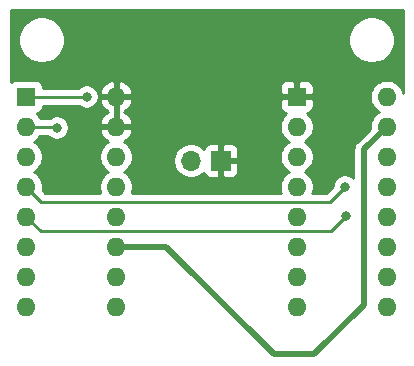
<source format=gbr>
%TF.GenerationSoftware,KiCad,Pcbnew,(5.1.9)-1*%
%TF.CreationDate,2021-09-28T11:41:37-07:00*%
%TF.ProjectId,Apple2to1,4170706c-6532-4746-9f31-2e6b69636164,rev?*%
%TF.SameCoordinates,Original*%
%TF.FileFunction,Copper,L1,Top*%
%TF.FilePolarity,Positive*%
%FSLAX46Y46*%
G04 Gerber Fmt 4.6, Leading zero omitted, Abs format (unit mm)*
G04 Created by KiCad (PCBNEW (5.1.9)-1) date 2021-09-28 11:41:37*
%MOMM*%
%LPD*%
G01*
G04 APERTURE LIST*
%TA.AperFunction,ComponentPad*%
%ADD10R,1.700000X1.700000*%
%TD*%
%TA.AperFunction,ComponentPad*%
%ADD11O,1.700000X1.700000*%
%TD*%
%TA.AperFunction,ComponentPad*%
%ADD12O,1.600000X1.600000*%
%TD*%
%TA.AperFunction,ComponentPad*%
%ADD13R,1.600000X1.600000*%
%TD*%
%TA.AperFunction,ViaPad*%
%ADD14C,0.800000*%
%TD*%
%TA.AperFunction,Conductor*%
%ADD15C,0.500000*%
%TD*%
%TA.AperFunction,Conductor*%
%ADD16C,0.250000*%
%TD*%
%TA.AperFunction,Conductor*%
%ADD17C,0.254000*%
%TD*%
%TA.AperFunction,Conductor*%
%ADD18C,0.100000*%
%TD*%
G04 APERTURE END LIST*
D10*
%TO.P,J3,1*%
%TO.N,+5V*%
X124400000Y-99400000D03*
D11*
%TO.P,J3,2*%
%TO.N,Net-(J1-Pad4)*%
X121860000Y-99400000D03*
%TD*%
D12*
%TO.P,J2,16*%
%TO.N,+5V*%
X115520000Y-93980000D03*
%TO.P,J2,8*%
%TO.N,/data7*%
X107900000Y-111760000D03*
%TO.P,J2,15*%
%TO.N,+5V*%
X115520000Y-96520000D03*
%TO.P,J2,7*%
%TO.N,/data6*%
X107900000Y-109220000D03*
%TO.P,J2,14*%
%TO.N,/strobe*%
X115520000Y-99060000D03*
%TO.P,J2,6*%
%TO.N,/data5*%
X107900000Y-106680000D03*
%TO.P,J2,13*%
%TO.N,N/C*%
X115520000Y-101600000D03*
%TO.P,J2,5*%
%TO.N,/data1*%
X107900000Y-104140000D03*
%TO.P,J2,12*%
%TO.N,Net-(J1-Pad4)*%
X115520000Y-104140000D03*
%TO.P,J2,4*%
%TO.N,/data2*%
X107900000Y-101600000D03*
%TO.P,J2,11*%
%TO.N,-12V*%
X115520000Y-106680000D03*
%TO.P,J2,3*%
%TO.N,/data3*%
X107900000Y-99060000D03*
%TO.P,J2,10*%
%TO.N,N/C*%
X115520000Y-109220000D03*
%TO.P,J2,2*%
%TO.N,/data4*%
X107900000Y-96520000D03*
%TO.P,J2,9*%
%TO.N,GND*%
X115520000Y-111760000D03*
D13*
%TO.P,J2,1*%
%TO.N,/reset*%
X107900000Y-93980000D03*
%TD*%
D12*
%TO.P,J1,16*%
%TO.N,N/C*%
X138430000Y-93980000D03*
%TO.P,J1,8*%
%TO.N,GND*%
X130810000Y-111760000D03*
%TO.P,J1,15*%
%TO.N,-12V*%
X138430000Y-96520000D03*
%TO.P,J1,7*%
%TO.N,/data7*%
X130810000Y-109220000D03*
%TO.P,J1,14*%
%TO.N,N/C*%
X138430000Y-99060000D03*
%TO.P,J1,6*%
%TO.N,/data5*%
X130810000Y-106680000D03*
%TO.P,J1,13*%
%TO.N,/data2*%
X138430000Y-101600000D03*
%TO.P,J1,5*%
%TO.N,/data6*%
X130810000Y-104140000D03*
%TO.P,J1,12*%
%TO.N,/data1*%
X138430000Y-104140000D03*
%TO.P,J1,4*%
%TO.N,Net-(J1-Pad4)*%
X130810000Y-101600000D03*
%TO.P,J1,11*%
%TO.N,/data4*%
X138430000Y-106680000D03*
%TO.P,J1,3*%
%TO.N,/reset*%
X130810000Y-99060000D03*
%TO.P,J1,10*%
%TO.N,/data3*%
X138430000Y-109220000D03*
%TO.P,J1,2*%
%TO.N,/strobe*%
X130810000Y-96520000D03*
%TO.P,J1,9*%
%TO.N,N/C*%
X138430000Y-111760000D03*
D13*
%TO.P,J1,1*%
%TO.N,+5V*%
X130810000Y-93980000D03*
%TD*%
D14*
%TO.N,/data2*%
X134900000Y-101600000D03*
%TO.N,/data1*%
X135000000Y-104100000D03*
%TO.N,/data4*%
X110500000Y-96600000D03*
%TO.N,/reset*%
X113030000Y-93980000D03*
%TD*%
D15*
%TO.N,-12V*%
X119780000Y-106680000D02*
X115570000Y-106680000D01*
X128900000Y-115800000D02*
X119780000Y-106680000D01*
X132300000Y-115800000D02*
X128900000Y-115800000D01*
X136500000Y-111600000D02*
X132300000Y-115800000D01*
X136500000Y-98450000D02*
X136500000Y-111600000D01*
X138430000Y-96520000D02*
X136500000Y-98450000D01*
D16*
%TO.N,/data2*%
X107900000Y-101600000D02*
X109200000Y-102900000D01*
X109200000Y-102900000D02*
X133600000Y-102900000D01*
X133600000Y-102900000D02*
X134900000Y-101600000D01*
%TO.N,/data1*%
X109160000Y-105400000D02*
X133700000Y-105400000D01*
X107900000Y-104140000D02*
X109160000Y-105400000D01*
X133700000Y-105400000D02*
X135000000Y-104100000D01*
%TO.N,/data4*%
X107900000Y-96520000D02*
X110420000Y-96520000D01*
X110420000Y-96520000D02*
X110500000Y-96600000D01*
%TO.N,/reset*%
X107900000Y-93980000D02*
X113030000Y-93980000D01*
%TD*%
D17*
%TO.N,+5V*%
X139840000Y-93712984D02*
X139809853Y-93561426D01*
X139701680Y-93300273D01*
X139544637Y-93065241D01*
X139344759Y-92865363D01*
X139109727Y-92708320D01*
X138848574Y-92600147D01*
X138571335Y-92545000D01*
X138288665Y-92545000D01*
X138011426Y-92600147D01*
X137750273Y-92708320D01*
X137515241Y-92865363D01*
X137315363Y-93065241D01*
X137158320Y-93300273D01*
X137050147Y-93561426D01*
X136995000Y-93838665D01*
X136995000Y-94121335D01*
X137050147Y-94398574D01*
X137158320Y-94659727D01*
X137315363Y-94894759D01*
X137515241Y-95094637D01*
X137747759Y-95250000D01*
X137515241Y-95405363D01*
X137315363Y-95605241D01*
X137158320Y-95840273D01*
X137050147Y-96101426D01*
X136995000Y-96378665D01*
X136995000Y-96661335D01*
X137001983Y-96696439D01*
X135904956Y-97793466D01*
X135871183Y-97821183D01*
X135760589Y-97955942D01*
X135678411Y-98109688D01*
X135627805Y-98276511D01*
X135615000Y-98406524D01*
X135615000Y-98406531D01*
X135610719Y-98450000D01*
X135615000Y-98493469D01*
X135615000Y-100851289D01*
X135559774Y-100796063D01*
X135390256Y-100682795D01*
X135201898Y-100604774D01*
X135001939Y-100565000D01*
X134798061Y-100565000D01*
X134598102Y-100604774D01*
X134409744Y-100682795D01*
X134240226Y-100796063D01*
X134096063Y-100940226D01*
X133982795Y-101109744D01*
X133904774Y-101298102D01*
X133865000Y-101498061D01*
X133865000Y-101560198D01*
X133285199Y-102140000D01*
X132139557Y-102140000D01*
X132189853Y-102018574D01*
X132245000Y-101741335D01*
X132245000Y-101458665D01*
X132189853Y-101181426D01*
X132081680Y-100920273D01*
X131924637Y-100685241D01*
X131724759Y-100485363D01*
X131492241Y-100330000D01*
X131724759Y-100174637D01*
X131924637Y-99974759D01*
X132081680Y-99739727D01*
X132189853Y-99478574D01*
X132245000Y-99201335D01*
X132245000Y-98918665D01*
X132189853Y-98641426D01*
X132081680Y-98380273D01*
X131924637Y-98145241D01*
X131724759Y-97945363D01*
X131492241Y-97790000D01*
X131724759Y-97634637D01*
X131924637Y-97434759D01*
X132081680Y-97199727D01*
X132189853Y-96938574D01*
X132245000Y-96661335D01*
X132245000Y-96378665D01*
X132189853Y-96101426D01*
X132081680Y-95840273D01*
X131924637Y-95605241D01*
X131726039Y-95406643D01*
X131734482Y-95405812D01*
X131854180Y-95369502D01*
X131964494Y-95310537D01*
X132061185Y-95231185D01*
X132140537Y-95134494D01*
X132199502Y-95024180D01*
X132235812Y-94904482D01*
X132248072Y-94780000D01*
X132245000Y-94265750D01*
X132086250Y-94107000D01*
X130937000Y-94107000D01*
X130937000Y-94127000D01*
X130683000Y-94127000D01*
X130683000Y-94107000D01*
X129533750Y-94107000D01*
X129375000Y-94265750D01*
X129371928Y-94780000D01*
X129384188Y-94904482D01*
X129420498Y-95024180D01*
X129479463Y-95134494D01*
X129558815Y-95231185D01*
X129655506Y-95310537D01*
X129765820Y-95369502D01*
X129885518Y-95405812D01*
X129893961Y-95406643D01*
X129695363Y-95605241D01*
X129538320Y-95840273D01*
X129430147Y-96101426D01*
X129375000Y-96378665D01*
X129375000Y-96661335D01*
X129430147Y-96938574D01*
X129538320Y-97199727D01*
X129695363Y-97434759D01*
X129895241Y-97634637D01*
X130127759Y-97790000D01*
X129895241Y-97945363D01*
X129695363Y-98145241D01*
X129538320Y-98380273D01*
X129430147Y-98641426D01*
X129375000Y-98918665D01*
X129375000Y-99201335D01*
X129430147Y-99478574D01*
X129538320Y-99739727D01*
X129695363Y-99974759D01*
X129895241Y-100174637D01*
X130127759Y-100330000D01*
X129895241Y-100485363D01*
X129695363Y-100685241D01*
X129538320Y-100920273D01*
X129430147Y-101181426D01*
X129375000Y-101458665D01*
X129375000Y-101741335D01*
X129430147Y-102018574D01*
X129480443Y-102140000D01*
X116849557Y-102140000D01*
X116899853Y-102018574D01*
X116955000Y-101741335D01*
X116955000Y-101458665D01*
X116899853Y-101181426D01*
X116791680Y-100920273D01*
X116634637Y-100685241D01*
X116434759Y-100485363D01*
X116202241Y-100330000D01*
X116434759Y-100174637D01*
X116634637Y-99974759D01*
X116791680Y-99739727D01*
X116899853Y-99478574D01*
X116944575Y-99253740D01*
X120375000Y-99253740D01*
X120375000Y-99546260D01*
X120432068Y-99833158D01*
X120544010Y-100103411D01*
X120706525Y-100346632D01*
X120913368Y-100553475D01*
X121156589Y-100715990D01*
X121426842Y-100827932D01*
X121713740Y-100885000D01*
X122006260Y-100885000D01*
X122293158Y-100827932D01*
X122563411Y-100715990D01*
X122806632Y-100553475D01*
X122938487Y-100421620D01*
X122960498Y-100494180D01*
X123019463Y-100604494D01*
X123098815Y-100701185D01*
X123195506Y-100780537D01*
X123305820Y-100839502D01*
X123425518Y-100875812D01*
X123550000Y-100888072D01*
X124114250Y-100885000D01*
X124273000Y-100726250D01*
X124273000Y-99527000D01*
X124527000Y-99527000D01*
X124527000Y-100726250D01*
X124685750Y-100885000D01*
X125250000Y-100888072D01*
X125374482Y-100875812D01*
X125494180Y-100839502D01*
X125604494Y-100780537D01*
X125701185Y-100701185D01*
X125780537Y-100604494D01*
X125839502Y-100494180D01*
X125875812Y-100374482D01*
X125888072Y-100250000D01*
X125885000Y-99685750D01*
X125726250Y-99527000D01*
X124527000Y-99527000D01*
X124273000Y-99527000D01*
X124253000Y-99527000D01*
X124253000Y-99273000D01*
X124273000Y-99273000D01*
X124273000Y-98073750D01*
X124527000Y-98073750D01*
X124527000Y-99273000D01*
X125726250Y-99273000D01*
X125885000Y-99114250D01*
X125888072Y-98550000D01*
X125875812Y-98425518D01*
X125839502Y-98305820D01*
X125780537Y-98195506D01*
X125701185Y-98098815D01*
X125604494Y-98019463D01*
X125494180Y-97960498D01*
X125374482Y-97924188D01*
X125250000Y-97911928D01*
X124685750Y-97915000D01*
X124527000Y-98073750D01*
X124273000Y-98073750D01*
X124114250Y-97915000D01*
X123550000Y-97911928D01*
X123425518Y-97924188D01*
X123305820Y-97960498D01*
X123195506Y-98019463D01*
X123098815Y-98098815D01*
X123019463Y-98195506D01*
X122960498Y-98305820D01*
X122938487Y-98378380D01*
X122806632Y-98246525D01*
X122563411Y-98084010D01*
X122293158Y-97972068D01*
X122006260Y-97915000D01*
X121713740Y-97915000D01*
X121426842Y-97972068D01*
X121156589Y-98084010D01*
X120913368Y-98246525D01*
X120706525Y-98453368D01*
X120544010Y-98696589D01*
X120432068Y-98966842D01*
X120375000Y-99253740D01*
X116944575Y-99253740D01*
X116955000Y-99201335D01*
X116955000Y-98918665D01*
X116899853Y-98641426D01*
X116791680Y-98380273D01*
X116634637Y-98145241D01*
X116434759Y-97945363D01*
X116199727Y-97788320D01*
X116189135Y-97783933D01*
X116375131Y-97672385D01*
X116583519Y-97483414D01*
X116751037Y-97257420D01*
X116871246Y-97003087D01*
X116911904Y-96869039D01*
X116789915Y-96647000D01*
X115647000Y-96647000D01*
X115647000Y-96667000D01*
X115393000Y-96667000D01*
X115393000Y-96647000D01*
X114250085Y-96647000D01*
X114128096Y-96869039D01*
X114168754Y-97003087D01*
X114288963Y-97257420D01*
X114456481Y-97483414D01*
X114664869Y-97672385D01*
X114850865Y-97783933D01*
X114840273Y-97788320D01*
X114605241Y-97945363D01*
X114405363Y-98145241D01*
X114248320Y-98380273D01*
X114140147Y-98641426D01*
X114085000Y-98918665D01*
X114085000Y-99201335D01*
X114140147Y-99478574D01*
X114248320Y-99739727D01*
X114405363Y-99974759D01*
X114605241Y-100174637D01*
X114837759Y-100330000D01*
X114605241Y-100485363D01*
X114405363Y-100685241D01*
X114248320Y-100920273D01*
X114140147Y-101181426D01*
X114085000Y-101458665D01*
X114085000Y-101741335D01*
X114140147Y-102018574D01*
X114190443Y-102140000D01*
X109514802Y-102140000D01*
X109298688Y-101923886D01*
X109335000Y-101741335D01*
X109335000Y-101458665D01*
X109279853Y-101181426D01*
X109171680Y-100920273D01*
X109014637Y-100685241D01*
X108814759Y-100485363D01*
X108582241Y-100330000D01*
X108814759Y-100174637D01*
X109014637Y-99974759D01*
X109171680Y-99739727D01*
X109279853Y-99478574D01*
X109335000Y-99201335D01*
X109335000Y-98918665D01*
X109279853Y-98641426D01*
X109171680Y-98380273D01*
X109014637Y-98145241D01*
X108814759Y-97945363D01*
X108582241Y-97790000D01*
X108814759Y-97634637D01*
X109014637Y-97434759D01*
X109118043Y-97280000D01*
X109716289Y-97280000D01*
X109840226Y-97403937D01*
X110009744Y-97517205D01*
X110198102Y-97595226D01*
X110398061Y-97635000D01*
X110601939Y-97635000D01*
X110801898Y-97595226D01*
X110990256Y-97517205D01*
X111159774Y-97403937D01*
X111303937Y-97259774D01*
X111417205Y-97090256D01*
X111495226Y-96901898D01*
X111535000Y-96701939D01*
X111535000Y-96498061D01*
X111495226Y-96298102D01*
X111417205Y-96109744D01*
X111303937Y-95940226D01*
X111159774Y-95796063D01*
X110990256Y-95682795D01*
X110801898Y-95604774D01*
X110601939Y-95565000D01*
X110398061Y-95565000D01*
X110198102Y-95604774D01*
X110009744Y-95682795D01*
X109894198Y-95760000D01*
X109118043Y-95760000D01*
X109014637Y-95605241D01*
X108816039Y-95406643D01*
X108824482Y-95405812D01*
X108944180Y-95369502D01*
X109054494Y-95310537D01*
X109151185Y-95231185D01*
X109230537Y-95134494D01*
X109289502Y-95024180D01*
X109325812Y-94904482D01*
X109338072Y-94780000D01*
X109338072Y-94740000D01*
X112326289Y-94740000D01*
X112370226Y-94783937D01*
X112539744Y-94897205D01*
X112728102Y-94975226D01*
X112928061Y-95015000D01*
X113131939Y-95015000D01*
X113331898Y-94975226D01*
X113520256Y-94897205D01*
X113689774Y-94783937D01*
X113833937Y-94639774D01*
X113947205Y-94470256D01*
X114005699Y-94329039D01*
X114128096Y-94329039D01*
X114168754Y-94463087D01*
X114288963Y-94717420D01*
X114456481Y-94943414D01*
X114664869Y-95132385D01*
X114860982Y-95250000D01*
X114664869Y-95367615D01*
X114456481Y-95556586D01*
X114288963Y-95782580D01*
X114168754Y-96036913D01*
X114128096Y-96170961D01*
X114250085Y-96393000D01*
X115393000Y-96393000D01*
X115393000Y-94107000D01*
X115647000Y-94107000D01*
X115647000Y-96393000D01*
X116789915Y-96393000D01*
X116911904Y-96170961D01*
X116871246Y-96036913D01*
X116751037Y-95782580D01*
X116583519Y-95556586D01*
X116375131Y-95367615D01*
X116179018Y-95250000D01*
X116375131Y-95132385D01*
X116583519Y-94943414D01*
X116751037Y-94717420D01*
X116871246Y-94463087D01*
X116911904Y-94329039D01*
X116789915Y-94107000D01*
X115647000Y-94107000D01*
X115393000Y-94107000D01*
X114250085Y-94107000D01*
X114128096Y-94329039D01*
X114005699Y-94329039D01*
X114025226Y-94281898D01*
X114065000Y-94081939D01*
X114065000Y-93878061D01*
X114025226Y-93678102D01*
X114005700Y-93630961D01*
X114128096Y-93630961D01*
X114250085Y-93853000D01*
X115393000Y-93853000D01*
X115393000Y-92709376D01*
X115647000Y-92709376D01*
X115647000Y-93853000D01*
X116789915Y-93853000D01*
X116911904Y-93630961D01*
X116871246Y-93496913D01*
X116751037Y-93242580D01*
X116704650Y-93180000D01*
X129371928Y-93180000D01*
X129375000Y-93694250D01*
X129533750Y-93853000D01*
X130683000Y-93853000D01*
X130683000Y-92703750D01*
X130937000Y-92703750D01*
X130937000Y-93853000D01*
X132086250Y-93853000D01*
X132245000Y-93694250D01*
X132248072Y-93180000D01*
X132235812Y-93055518D01*
X132199502Y-92935820D01*
X132140537Y-92825506D01*
X132061185Y-92728815D01*
X131964494Y-92649463D01*
X131854180Y-92590498D01*
X131734482Y-92554188D01*
X131610000Y-92541928D01*
X131095750Y-92545000D01*
X130937000Y-92703750D01*
X130683000Y-92703750D01*
X130524250Y-92545000D01*
X130010000Y-92541928D01*
X129885518Y-92554188D01*
X129765820Y-92590498D01*
X129655506Y-92649463D01*
X129558815Y-92728815D01*
X129479463Y-92825506D01*
X129420498Y-92935820D01*
X129384188Y-93055518D01*
X129371928Y-93180000D01*
X116704650Y-93180000D01*
X116583519Y-93016586D01*
X116375131Y-92827615D01*
X116133881Y-92682930D01*
X115869040Y-92588091D01*
X115647000Y-92709376D01*
X115393000Y-92709376D01*
X115170960Y-92588091D01*
X114906119Y-92682930D01*
X114664869Y-92827615D01*
X114456481Y-93016586D01*
X114288963Y-93242580D01*
X114168754Y-93496913D01*
X114128096Y-93630961D01*
X114005700Y-93630961D01*
X113947205Y-93489744D01*
X113833937Y-93320226D01*
X113689774Y-93176063D01*
X113520256Y-93062795D01*
X113331898Y-92984774D01*
X113131939Y-92945000D01*
X112928061Y-92945000D01*
X112728102Y-92984774D01*
X112539744Y-93062795D01*
X112370226Y-93176063D01*
X112326289Y-93220000D01*
X109338072Y-93220000D01*
X109338072Y-93180000D01*
X109325812Y-93055518D01*
X109289502Y-92935820D01*
X109230537Y-92825506D01*
X109151185Y-92728815D01*
X109054494Y-92649463D01*
X108944180Y-92590498D01*
X108824482Y-92554188D01*
X108700000Y-92541928D01*
X107100000Y-92541928D01*
X106975518Y-92554188D01*
X106855820Y-92590498D01*
X106745506Y-92649463D01*
X106660000Y-92719636D01*
X106660000Y-88974495D01*
X107235000Y-88974495D01*
X107235000Y-89365505D01*
X107311282Y-89749003D01*
X107460915Y-90110250D01*
X107678149Y-90435364D01*
X107954636Y-90711851D01*
X108279750Y-90929085D01*
X108640997Y-91078718D01*
X109024495Y-91155000D01*
X109415505Y-91155000D01*
X109799003Y-91078718D01*
X110160250Y-90929085D01*
X110485364Y-90711851D01*
X110761851Y-90435364D01*
X110979085Y-90110250D01*
X111128718Y-89749003D01*
X111205000Y-89365505D01*
X111205000Y-88974495D01*
X135175000Y-88974495D01*
X135175000Y-89365505D01*
X135251282Y-89749003D01*
X135400915Y-90110250D01*
X135618149Y-90435364D01*
X135894636Y-90711851D01*
X136219750Y-90929085D01*
X136580997Y-91078718D01*
X136964495Y-91155000D01*
X137355505Y-91155000D01*
X137739003Y-91078718D01*
X138100250Y-90929085D01*
X138425364Y-90711851D01*
X138701851Y-90435364D01*
X138919085Y-90110250D01*
X139068718Y-89749003D01*
X139145000Y-89365505D01*
X139145000Y-88974495D01*
X139068718Y-88590997D01*
X138919085Y-88229750D01*
X138701851Y-87904636D01*
X138425364Y-87628149D01*
X138100250Y-87410915D01*
X137739003Y-87261282D01*
X137355505Y-87185000D01*
X136964495Y-87185000D01*
X136580997Y-87261282D01*
X136219750Y-87410915D01*
X135894636Y-87628149D01*
X135618149Y-87904636D01*
X135400915Y-88229750D01*
X135251282Y-88590997D01*
X135175000Y-88974495D01*
X111205000Y-88974495D01*
X111128718Y-88590997D01*
X110979085Y-88229750D01*
X110761851Y-87904636D01*
X110485364Y-87628149D01*
X110160250Y-87410915D01*
X109799003Y-87261282D01*
X109415505Y-87185000D01*
X109024495Y-87185000D01*
X108640997Y-87261282D01*
X108279750Y-87410915D01*
X107954636Y-87628149D01*
X107678149Y-87904636D01*
X107460915Y-88229750D01*
X107311282Y-88590997D01*
X107235000Y-88974495D01*
X106660000Y-88974495D01*
X106660000Y-86660000D01*
X139840000Y-86660000D01*
X139840000Y-93712984D01*
%TA.AperFunction,Conductor*%
D18*
G36*
X139840000Y-93712984D02*
G01*
X139809853Y-93561426D01*
X139701680Y-93300273D01*
X139544637Y-93065241D01*
X139344759Y-92865363D01*
X139109727Y-92708320D01*
X138848574Y-92600147D01*
X138571335Y-92545000D01*
X138288665Y-92545000D01*
X138011426Y-92600147D01*
X137750273Y-92708320D01*
X137515241Y-92865363D01*
X137315363Y-93065241D01*
X137158320Y-93300273D01*
X137050147Y-93561426D01*
X136995000Y-93838665D01*
X136995000Y-94121335D01*
X137050147Y-94398574D01*
X137158320Y-94659727D01*
X137315363Y-94894759D01*
X137515241Y-95094637D01*
X137747759Y-95250000D01*
X137515241Y-95405363D01*
X137315363Y-95605241D01*
X137158320Y-95840273D01*
X137050147Y-96101426D01*
X136995000Y-96378665D01*
X136995000Y-96661335D01*
X137001983Y-96696439D01*
X135904956Y-97793466D01*
X135871183Y-97821183D01*
X135760589Y-97955942D01*
X135678411Y-98109688D01*
X135627805Y-98276511D01*
X135615000Y-98406524D01*
X135615000Y-98406531D01*
X135610719Y-98450000D01*
X135615000Y-98493469D01*
X135615000Y-100851289D01*
X135559774Y-100796063D01*
X135390256Y-100682795D01*
X135201898Y-100604774D01*
X135001939Y-100565000D01*
X134798061Y-100565000D01*
X134598102Y-100604774D01*
X134409744Y-100682795D01*
X134240226Y-100796063D01*
X134096063Y-100940226D01*
X133982795Y-101109744D01*
X133904774Y-101298102D01*
X133865000Y-101498061D01*
X133865000Y-101560198D01*
X133285199Y-102140000D01*
X132139557Y-102140000D01*
X132189853Y-102018574D01*
X132245000Y-101741335D01*
X132245000Y-101458665D01*
X132189853Y-101181426D01*
X132081680Y-100920273D01*
X131924637Y-100685241D01*
X131724759Y-100485363D01*
X131492241Y-100330000D01*
X131724759Y-100174637D01*
X131924637Y-99974759D01*
X132081680Y-99739727D01*
X132189853Y-99478574D01*
X132245000Y-99201335D01*
X132245000Y-98918665D01*
X132189853Y-98641426D01*
X132081680Y-98380273D01*
X131924637Y-98145241D01*
X131724759Y-97945363D01*
X131492241Y-97790000D01*
X131724759Y-97634637D01*
X131924637Y-97434759D01*
X132081680Y-97199727D01*
X132189853Y-96938574D01*
X132245000Y-96661335D01*
X132245000Y-96378665D01*
X132189853Y-96101426D01*
X132081680Y-95840273D01*
X131924637Y-95605241D01*
X131726039Y-95406643D01*
X131734482Y-95405812D01*
X131854180Y-95369502D01*
X131964494Y-95310537D01*
X132061185Y-95231185D01*
X132140537Y-95134494D01*
X132199502Y-95024180D01*
X132235812Y-94904482D01*
X132248072Y-94780000D01*
X132245000Y-94265750D01*
X132086250Y-94107000D01*
X130937000Y-94107000D01*
X130937000Y-94127000D01*
X130683000Y-94127000D01*
X130683000Y-94107000D01*
X129533750Y-94107000D01*
X129375000Y-94265750D01*
X129371928Y-94780000D01*
X129384188Y-94904482D01*
X129420498Y-95024180D01*
X129479463Y-95134494D01*
X129558815Y-95231185D01*
X129655506Y-95310537D01*
X129765820Y-95369502D01*
X129885518Y-95405812D01*
X129893961Y-95406643D01*
X129695363Y-95605241D01*
X129538320Y-95840273D01*
X129430147Y-96101426D01*
X129375000Y-96378665D01*
X129375000Y-96661335D01*
X129430147Y-96938574D01*
X129538320Y-97199727D01*
X129695363Y-97434759D01*
X129895241Y-97634637D01*
X130127759Y-97790000D01*
X129895241Y-97945363D01*
X129695363Y-98145241D01*
X129538320Y-98380273D01*
X129430147Y-98641426D01*
X129375000Y-98918665D01*
X129375000Y-99201335D01*
X129430147Y-99478574D01*
X129538320Y-99739727D01*
X129695363Y-99974759D01*
X129895241Y-100174637D01*
X130127759Y-100330000D01*
X129895241Y-100485363D01*
X129695363Y-100685241D01*
X129538320Y-100920273D01*
X129430147Y-101181426D01*
X129375000Y-101458665D01*
X129375000Y-101741335D01*
X129430147Y-102018574D01*
X129480443Y-102140000D01*
X116849557Y-102140000D01*
X116899853Y-102018574D01*
X116955000Y-101741335D01*
X116955000Y-101458665D01*
X116899853Y-101181426D01*
X116791680Y-100920273D01*
X116634637Y-100685241D01*
X116434759Y-100485363D01*
X116202241Y-100330000D01*
X116434759Y-100174637D01*
X116634637Y-99974759D01*
X116791680Y-99739727D01*
X116899853Y-99478574D01*
X116944575Y-99253740D01*
X120375000Y-99253740D01*
X120375000Y-99546260D01*
X120432068Y-99833158D01*
X120544010Y-100103411D01*
X120706525Y-100346632D01*
X120913368Y-100553475D01*
X121156589Y-100715990D01*
X121426842Y-100827932D01*
X121713740Y-100885000D01*
X122006260Y-100885000D01*
X122293158Y-100827932D01*
X122563411Y-100715990D01*
X122806632Y-100553475D01*
X122938487Y-100421620D01*
X122960498Y-100494180D01*
X123019463Y-100604494D01*
X123098815Y-100701185D01*
X123195506Y-100780537D01*
X123305820Y-100839502D01*
X123425518Y-100875812D01*
X123550000Y-100888072D01*
X124114250Y-100885000D01*
X124273000Y-100726250D01*
X124273000Y-99527000D01*
X124527000Y-99527000D01*
X124527000Y-100726250D01*
X124685750Y-100885000D01*
X125250000Y-100888072D01*
X125374482Y-100875812D01*
X125494180Y-100839502D01*
X125604494Y-100780537D01*
X125701185Y-100701185D01*
X125780537Y-100604494D01*
X125839502Y-100494180D01*
X125875812Y-100374482D01*
X125888072Y-100250000D01*
X125885000Y-99685750D01*
X125726250Y-99527000D01*
X124527000Y-99527000D01*
X124273000Y-99527000D01*
X124253000Y-99527000D01*
X124253000Y-99273000D01*
X124273000Y-99273000D01*
X124273000Y-98073750D01*
X124527000Y-98073750D01*
X124527000Y-99273000D01*
X125726250Y-99273000D01*
X125885000Y-99114250D01*
X125888072Y-98550000D01*
X125875812Y-98425518D01*
X125839502Y-98305820D01*
X125780537Y-98195506D01*
X125701185Y-98098815D01*
X125604494Y-98019463D01*
X125494180Y-97960498D01*
X125374482Y-97924188D01*
X125250000Y-97911928D01*
X124685750Y-97915000D01*
X124527000Y-98073750D01*
X124273000Y-98073750D01*
X124114250Y-97915000D01*
X123550000Y-97911928D01*
X123425518Y-97924188D01*
X123305820Y-97960498D01*
X123195506Y-98019463D01*
X123098815Y-98098815D01*
X123019463Y-98195506D01*
X122960498Y-98305820D01*
X122938487Y-98378380D01*
X122806632Y-98246525D01*
X122563411Y-98084010D01*
X122293158Y-97972068D01*
X122006260Y-97915000D01*
X121713740Y-97915000D01*
X121426842Y-97972068D01*
X121156589Y-98084010D01*
X120913368Y-98246525D01*
X120706525Y-98453368D01*
X120544010Y-98696589D01*
X120432068Y-98966842D01*
X120375000Y-99253740D01*
X116944575Y-99253740D01*
X116955000Y-99201335D01*
X116955000Y-98918665D01*
X116899853Y-98641426D01*
X116791680Y-98380273D01*
X116634637Y-98145241D01*
X116434759Y-97945363D01*
X116199727Y-97788320D01*
X116189135Y-97783933D01*
X116375131Y-97672385D01*
X116583519Y-97483414D01*
X116751037Y-97257420D01*
X116871246Y-97003087D01*
X116911904Y-96869039D01*
X116789915Y-96647000D01*
X115647000Y-96647000D01*
X115647000Y-96667000D01*
X115393000Y-96667000D01*
X115393000Y-96647000D01*
X114250085Y-96647000D01*
X114128096Y-96869039D01*
X114168754Y-97003087D01*
X114288963Y-97257420D01*
X114456481Y-97483414D01*
X114664869Y-97672385D01*
X114850865Y-97783933D01*
X114840273Y-97788320D01*
X114605241Y-97945363D01*
X114405363Y-98145241D01*
X114248320Y-98380273D01*
X114140147Y-98641426D01*
X114085000Y-98918665D01*
X114085000Y-99201335D01*
X114140147Y-99478574D01*
X114248320Y-99739727D01*
X114405363Y-99974759D01*
X114605241Y-100174637D01*
X114837759Y-100330000D01*
X114605241Y-100485363D01*
X114405363Y-100685241D01*
X114248320Y-100920273D01*
X114140147Y-101181426D01*
X114085000Y-101458665D01*
X114085000Y-101741335D01*
X114140147Y-102018574D01*
X114190443Y-102140000D01*
X109514802Y-102140000D01*
X109298688Y-101923886D01*
X109335000Y-101741335D01*
X109335000Y-101458665D01*
X109279853Y-101181426D01*
X109171680Y-100920273D01*
X109014637Y-100685241D01*
X108814759Y-100485363D01*
X108582241Y-100330000D01*
X108814759Y-100174637D01*
X109014637Y-99974759D01*
X109171680Y-99739727D01*
X109279853Y-99478574D01*
X109335000Y-99201335D01*
X109335000Y-98918665D01*
X109279853Y-98641426D01*
X109171680Y-98380273D01*
X109014637Y-98145241D01*
X108814759Y-97945363D01*
X108582241Y-97790000D01*
X108814759Y-97634637D01*
X109014637Y-97434759D01*
X109118043Y-97280000D01*
X109716289Y-97280000D01*
X109840226Y-97403937D01*
X110009744Y-97517205D01*
X110198102Y-97595226D01*
X110398061Y-97635000D01*
X110601939Y-97635000D01*
X110801898Y-97595226D01*
X110990256Y-97517205D01*
X111159774Y-97403937D01*
X111303937Y-97259774D01*
X111417205Y-97090256D01*
X111495226Y-96901898D01*
X111535000Y-96701939D01*
X111535000Y-96498061D01*
X111495226Y-96298102D01*
X111417205Y-96109744D01*
X111303937Y-95940226D01*
X111159774Y-95796063D01*
X110990256Y-95682795D01*
X110801898Y-95604774D01*
X110601939Y-95565000D01*
X110398061Y-95565000D01*
X110198102Y-95604774D01*
X110009744Y-95682795D01*
X109894198Y-95760000D01*
X109118043Y-95760000D01*
X109014637Y-95605241D01*
X108816039Y-95406643D01*
X108824482Y-95405812D01*
X108944180Y-95369502D01*
X109054494Y-95310537D01*
X109151185Y-95231185D01*
X109230537Y-95134494D01*
X109289502Y-95024180D01*
X109325812Y-94904482D01*
X109338072Y-94780000D01*
X109338072Y-94740000D01*
X112326289Y-94740000D01*
X112370226Y-94783937D01*
X112539744Y-94897205D01*
X112728102Y-94975226D01*
X112928061Y-95015000D01*
X113131939Y-95015000D01*
X113331898Y-94975226D01*
X113520256Y-94897205D01*
X113689774Y-94783937D01*
X113833937Y-94639774D01*
X113947205Y-94470256D01*
X114005699Y-94329039D01*
X114128096Y-94329039D01*
X114168754Y-94463087D01*
X114288963Y-94717420D01*
X114456481Y-94943414D01*
X114664869Y-95132385D01*
X114860982Y-95250000D01*
X114664869Y-95367615D01*
X114456481Y-95556586D01*
X114288963Y-95782580D01*
X114168754Y-96036913D01*
X114128096Y-96170961D01*
X114250085Y-96393000D01*
X115393000Y-96393000D01*
X115393000Y-94107000D01*
X115647000Y-94107000D01*
X115647000Y-96393000D01*
X116789915Y-96393000D01*
X116911904Y-96170961D01*
X116871246Y-96036913D01*
X116751037Y-95782580D01*
X116583519Y-95556586D01*
X116375131Y-95367615D01*
X116179018Y-95250000D01*
X116375131Y-95132385D01*
X116583519Y-94943414D01*
X116751037Y-94717420D01*
X116871246Y-94463087D01*
X116911904Y-94329039D01*
X116789915Y-94107000D01*
X115647000Y-94107000D01*
X115393000Y-94107000D01*
X114250085Y-94107000D01*
X114128096Y-94329039D01*
X114005699Y-94329039D01*
X114025226Y-94281898D01*
X114065000Y-94081939D01*
X114065000Y-93878061D01*
X114025226Y-93678102D01*
X114005700Y-93630961D01*
X114128096Y-93630961D01*
X114250085Y-93853000D01*
X115393000Y-93853000D01*
X115393000Y-92709376D01*
X115647000Y-92709376D01*
X115647000Y-93853000D01*
X116789915Y-93853000D01*
X116911904Y-93630961D01*
X116871246Y-93496913D01*
X116751037Y-93242580D01*
X116704650Y-93180000D01*
X129371928Y-93180000D01*
X129375000Y-93694250D01*
X129533750Y-93853000D01*
X130683000Y-93853000D01*
X130683000Y-92703750D01*
X130937000Y-92703750D01*
X130937000Y-93853000D01*
X132086250Y-93853000D01*
X132245000Y-93694250D01*
X132248072Y-93180000D01*
X132235812Y-93055518D01*
X132199502Y-92935820D01*
X132140537Y-92825506D01*
X132061185Y-92728815D01*
X131964494Y-92649463D01*
X131854180Y-92590498D01*
X131734482Y-92554188D01*
X131610000Y-92541928D01*
X131095750Y-92545000D01*
X130937000Y-92703750D01*
X130683000Y-92703750D01*
X130524250Y-92545000D01*
X130010000Y-92541928D01*
X129885518Y-92554188D01*
X129765820Y-92590498D01*
X129655506Y-92649463D01*
X129558815Y-92728815D01*
X129479463Y-92825506D01*
X129420498Y-92935820D01*
X129384188Y-93055518D01*
X129371928Y-93180000D01*
X116704650Y-93180000D01*
X116583519Y-93016586D01*
X116375131Y-92827615D01*
X116133881Y-92682930D01*
X115869040Y-92588091D01*
X115647000Y-92709376D01*
X115393000Y-92709376D01*
X115170960Y-92588091D01*
X114906119Y-92682930D01*
X114664869Y-92827615D01*
X114456481Y-93016586D01*
X114288963Y-93242580D01*
X114168754Y-93496913D01*
X114128096Y-93630961D01*
X114005700Y-93630961D01*
X113947205Y-93489744D01*
X113833937Y-93320226D01*
X113689774Y-93176063D01*
X113520256Y-93062795D01*
X113331898Y-92984774D01*
X113131939Y-92945000D01*
X112928061Y-92945000D01*
X112728102Y-92984774D01*
X112539744Y-93062795D01*
X112370226Y-93176063D01*
X112326289Y-93220000D01*
X109338072Y-93220000D01*
X109338072Y-93180000D01*
X109325812Y-93055518D01*
X109289502Y-92935820D01*
X109230537Y-92825506D01*
X109151185Y-92728815D01*
X109054494Y-92649463D01*
X108944180Y-92590498D01*
X108824482Y-92554188D01*
X108700000Y-92541928D01*
X107100000Y-92541928D01*
X106975518Y-92554188D01*
X106855820Y-92590498D01*
X106745506Y-92649463D01*
X106660000Y-92719636D01*
X106660000Y-88974495D01*
X107235000Y-88974495D01*
X107235000Y-89365505D01*
X107311282Y-89749003D01*
X107460915Y-90110250D01*
X107678149Y-90435364D01*
X107954636Y-90711851D01*
X108279750Y-90929085D01*
X108640997Y-91078718D01*
X109024495Y-91155000D01*
X109415505Y-91155000D01*
X109799003Y-91078718D01*
X110160250Y-90929085D01*
X110485364Y-90711851D01*
X110761851Y-90435364D01*
X110979085Y-90110250D01*
X111128718Y-89749003D01*
X111205000Y-89365505D01*
X111205000Y-88974495D01*
X135175000Y-88974495D01*
X135175000Y-89365505D01*
X135251282Y-89749003D01*
X135400915Y-90110250D01*
X135618149Y-90435364D01*
X135894636Y-90711851D01*
X136219750Y-90929085D01*
X136580997Y-91078718D01*
X136964495Y-91155000D01*
X137355505Y-91155000D01*
X137739003Y-91078718D01*
X138100250Y-90929085D01*
X138425364Y-90711851D01*
X138701851Y-90435364D01*
X138919085Y-90110250D01*
X139068718Y-89749003D01*
X139145000Y-89365505D01*
X139145000Y-88974495D01*
X139068718Y-88590997D01*
X138919085Y-88229750D01*
X138701851Y-87904636D01*
X138425364Y-87628149D01*
X138100250Y-87410915D01*
X137739003Y-87261282D01*
X137355505Y-87185000D01*
X136964495Y-87185000D01*
X136580997Y-87261282D01*
X136219750Y-87410915D01*
X135894636Y-87628149D01*
X135618149Y-87904636D01*
X135400915Y-88229750D01*
X135251282Y-88590997D01*
X135175000Y-88974495D01*
X111205000Y-88974495D01*
X111128718Y-88590997D01*
X110979085Y-88229750D01*
X110761851Y-87904636D01*
X110485364Y-87628149D01*
X110160250Y-87410915D01*
X109799003Y-87261282D01*
X109415505Y-87185000D01*
X109024495Y-87185000D01*
X108640997Y-87261282D01*
X108279750Y-87410915D01*
X107954636Y-87628149D01*
X107678149Y-87904636D01*
X107460915Y-88229750D01*
X107311282Y-88590997D01*
X107235000Y-88974495D01*
X106660000Y-88974495D01*
X106660000Y-86660000D01*
X139840000Y-86660000D01*
X139840000Y-93712984D01*
G37*
%TD.AperFunction*%
%TD*%
M02*

</source>
